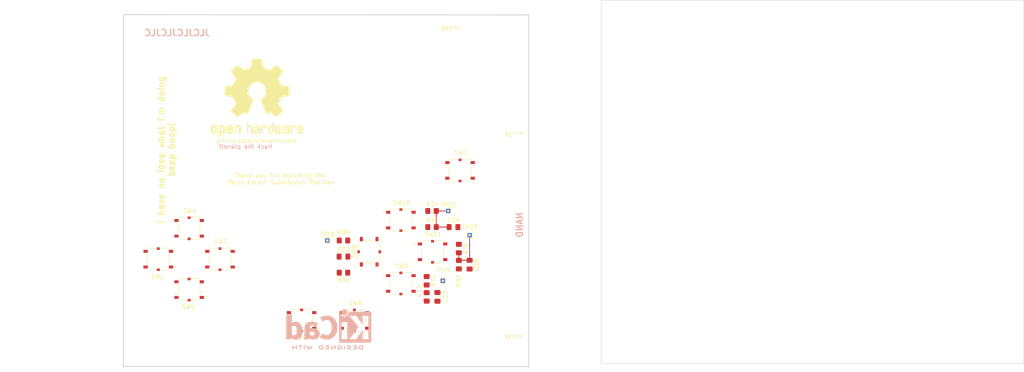
<source format=kicad_pcb>
(kicad_pcb (version 20211014) (generator pcbnew)
  (title_block (title "Main PCB (w/o Adaptor)") (rev "Rev1-Untested"))
  (layers (0 "F.Cu" signal) (1 "In1.Cu" signal) (2 "In2.Cu" signal) (31 "B.Cu" signal) (34 "B.Paste" user) (35 "F.Paste" user) (36 "B.SilkS" user "B.Silkscreen") (37 "F.SilkS" user "F.Silkscreen") (38 "B.Mask" user) (39 "F.Mask" user) (44 "Edge.Cuts" user))
  (net 0 "")
  (net 1 "GND")
  (net 2 "/Buttons/DET_SHUTDOWN")
  (net 3 "/bi6")
  (net 4 "/bi8")
  (net 5 "/bi7")
  (net 6 "/bi9")
  (net 7 "Net-(R13-Pad1)")
  (net 8 "Net-(R14-Pad1)")
  (net 9 "Net-(R20-Pad1)")
  (net 10 "Net-(R21-Pad1)")
  (net 11 "Net-(R24-Pad1)")
  (net 12 "Net-(R26-Pad1)")
  (net 13 "Net-(R30-Pad1)")
  (net 14 "Net-(R32-Pad1)")
  (net 15 "Net-(R34-Pad1)")
  (net 16 "Net-(R36-Pad1)")
  (net 17 "/3v3")
  (footprint "MountingHole:MountingHole_2.7mm_M2.5" (layer "F.Cu") (at 200.297 136.462)
    (fp_text reference "REF**" (at 0 -3.7) (layer "F.SilkS"))
    (fp_text value "MountingHole_2.7mm_M2.5")
    (pad "" np_thru_hole circle locked (at 0 0) (size 2.7 2.7) (drill 2.7) (layers *.Cu *.Mask))
  )
  (footprint "CM4IO:SW_PTS526_SMG15_SMTR2_LFS" (layer "F.Cu") (at 173.600008 120.019928)
    (fp_text reference "SW9" (at 0.175 -4.135) (layer "F.SilkS"))
    (fp_text value "SW_Push")
    (pad "1" smd rect locked (at -3 -1.85) (size 1 0.7) (layers "F.Cu" "F.Paste" "F.Mask") (net 1 "GND"))
    (pad "2" smd rect locked (at 3 -1.85) (size 1 0.7) (layers "F.Cu" "F.Paste" "F.Mask") (net 14 "Net-(R32-Pad1)"))
    (pad "3" smd rect locked (at -3 1.85) (size 1 0.7) (layers "F.Cu" "F.Paste" "F.Mask"))
    (pad "4" smd rect locked (at 3 1.85) (size 1 0.7) (layers "F.Cu" "F.Paste" "F.Mask"))
    (pad "G1" smd rect locked (at 0 -2.5) (size 0.7 0.6) (layers "F.Cu" "F.Paste" "F.Mask"))
    (pad "G2" smd rect locked (at 0 2.5) (size 0.7 0.6) (layers "F.Cu" "F.Paste" "F.Mask"))
  )
  (footprint "Resistor_SMD:R_0805_2012Metric_Pad1.20x1.40mm_HandSolder" (layer "F.Cu") (at 180.975 102.87)
    (fp_text reference "R34" (at 0 -1.65) (layer "F.SilkS"))
    (fp_text value "1k")
    (pad "1" smd roundrect locked (at -1 0) (size 1.2 1.4) (layers "F.Cu" "F.Paste" "F.Mask") (roundrect_rratio 0.2083333333) (net 15 "Net-(R34-Pad1)"))
    (pad "2" smd roundrect locked (at 1 0) (size 1.2 1.4) (layers "F.Cu" "F.Paste" "F.Mask") (roundrect_rratio 0.2083333333) (net 5 "/bi7"))
  )
  (footprint "Capacitor_SMD:C_0805_2012Metric_Pad1.18x1.45mm_HandSolder" (layer "F.Cu") (at 160.02 113.665)
    (fp_text reference "C22" (at 0 -1.68) (layer "F.SilkS"))
    (fp_text value "100nF")
    (pad "1" smd roundrect locked (at -1.0375 0) (size 1.175 1.45) (layers "F.Cu" "F.Paste" "F.Mask") (roundrect_rratio 0.2127659574) (net 3 "/bi6"))
    (pad "2" smd roundrect locked (at 1.0375 0) (size 1.175 1.45) (layers "F.Cu" "F.Paste" "F.Mask") (roundrect_rratio 0.2127659574) (net 1 "GND"))
  )
  (footprint "Resistor_SMD:R_0805_2012Metric_Pad1.20x1.40mm_HandSolder" (layer "F.Cu") (at 160.02 117.475 180)
    (fp_text reference "R31" (at 0 -1.65) (layer "F.SilkS"))
    (fp_text value "10k")
    (pad "1" smd roundrect locked (at -1 0 180) (size 1.2 1.4) (layers "F.Cu" "F.Paste" "F.Mask") (roundrect_rratio 0.2083333333) (net 17 "/3v3"))
    (pad "2" smd roundrect locked (at 1 0 180) (size 1.2 1.4) (layers "F.Cu" "F.Paste" "F.Mask") (roundrect_rratio 0.2083333333) (net 3 "/bi6"))
  )
  (footprint "CM4IO:SW_PTS526_SMG15_SMTR2_LFS" (layer "F.Cu") (at 187.600006 93.269994)
    (fp_text reference "SW3" (at 0.175 -4.135) (layer "F.SilkS"))
    (fp_text value "SW_Push")
    (pad "1" smd rect locked (at -3 -1.85) (size 1 0.7) (layers "F.Cu" "F.Paste" "F.Mask") (net 1 "GND"))
    (pad "2" smd rect locked (at 3 -1.85) (size 1 0.7) (layers "F.Cu" "F.Paste" "F.Mask") (net 2 "/Buttons/DET_SHUTDOWN"))
    (pad "3" smd rect locked (at -3 1.85) (size 1 0.7) (layers "F.Cu" "F.Paste" "F.Mask"))
    (pad "4" smd rect locked (at 3 1.85) (size 1 0.7) (layers "F.Cu" "F.Paste" "F.Mask"))
    (pad "G1" smd rect locked (at 0 -2.5) (size 0.7 0.6) (layers "F.Cu" "F.Paste" "F.Mask"))
    (pad "G2" smd rect locked (at 0 2.5) (size 0.7 0.6) (layers "F.Cu" "F.Paste" "F.Mask"))
  )
  (footprint "Resistor_SMD:R_0805_2012Metric_Pad1.20x1.40mm_HandSolder" (layer "F.Cu") (at 180.975 106.68)
    (fp_text reference "R35" (at 0 -1.65) (layer "F.SilkS"))
    (fp_text value "10k")
    (pad "1" smd roundrect locked (at -1 0) (size 1.2 1.4) (layers "F.Cu" "F.Paste" "F.Mask") (roundrect_rratio 0.2083333333) (net 17 "/3v3"))
    (pad "2" smd roundrect locked (at 1 0) (size 1.2 1.4) (layers "F.Cu" "F.Paste" "F.Mask") (roundrect_rratio 0.2083333333) (net 5 "/bi7"))
  )
  (footprint "Symbol:OSHW-Logo2_24.3x20mm_SilkScreen" (layer "F.Cu") (at 139.573 76.073)
    (fp_text reference "REF**" hide)
    (fp_text value "OSHW-Logo2_24.3x20mm_SilkScreen" hide)
  )
  (footprint "TestPoint:TestPoint_THTPad_1.0x1.0mm_Drill0.5mm" (layer "F.Cu") (at 156.21 109.855)
    (fp_text reference "TP18" (at 0 -1.448) (layer "F.SilkS"))
    (fp_text value "A")
    (pad "1" thru_hole rect locked (at 0 0) (size 1 1) (drill 0.5) (layers *.Cu *.Mask) (net 3 "/bi6"))
  )
  (footprint "Capacitor_SMD:C_0805_2012Metric_Pad1.18x1.45mm_HandSolder" (layer "F.Cu") (at 182.245 123.19 -90)
    (fp_text reference "C23" (at 0 -1.905 90) (layer "F.SilkS"))
    (fp_text value "100n")
    (pad "1" smd roundrect locked (at -1.0375 0 270) (size 1.175 1.45) (layers "F.Cu" "F.Paste" "F.Mask") (roundrect_rratio 0.2127659574) (net 4 "/bi8"))
    (pad "2" smd roundrect locked (at 1.0375 0 270) (size 1.175 1.45) (layers "F.Cu" "F.Paste" "F.Mask") (roundrect_rratio 0.2127659574) (net 1 "GND"))
  )
  (footprint "Capacitor_SMD:C_0805_2012Metric_Pad1.18x1.45mm_HandSolder" (layer "F.Cu") (at 189.865 115.57 -90)
    (fp_text reference "C25" (at 0 -1.68 90) (layer "F.SilkS"))
    (fp_text value "100n")
    (pad "1" smd roundrect locked (at -1.0375 0 270) (size 1.175 1.45) (layers "F.Cu" "F.Paste" "F.Mask") (roundrect_rratio 0.2127659574) (net 6 "/bi9"))
    (pad "2" smd roundrect locked (at 1.0375 0 270) (size 1.175 1.45) (layers "F.Cu" "F.Paste" "F.Mask") (roundrect_rratio 0.2127659574) (net 1 "GND"))
  )
  (footprint "TestPoint:TestPoint_THTPad_1.0x1.0mm_Drill0.5mm" (layer "F.Cu") (at 189.865 108.585)
    (fp_text reference "TP23" (at 0 -1.905) (layer "F.SilkS"))
    (fp_text value "Y")
    (pad "1" thru_hole rect locked (at 0 0) (size 1 1) (drill 0.5) (layers *.Cu *.Mask) (net 6 "/bi9"))
  )
  (footprint "Resistor_SMD:R_0805_2012Metric_Pad1.20x1.40mm_HandSolder" (layer "F.Cu") (at 160.02 109.855 180)
    (fp_text reference "R30" (at 0 1.905) (layer "F.SilkS"))
    (fp_text value "1k")
    (pad "1" smd roundrect locked (at -1 0 180) (size 1.2 1.4) (layers "F.Cu" "F.Paste" "F.Mask") (roundrect_rratio 0.2083333333) (net 13 "Net-(R30-Pad1)"))
    (pad "2" smd roundrect locked (at 1 0 180) (size 1.2 1.4) (layers "F.Cu" "F.Paste" "F.Mask") (roundrect_rratio 0.2083333333) (net 3 "/bi6"))
  )
  (footprint "Resistor_SMD:R_0805_2012Metric_Pad1.20x1.40mm_HandSolder" (layer "F.Cu") (at 179.705 123.19 90)
    (fp_text reference "R33" (at 1.27 -1.65 90) (layer "F.SilkS"))
    (fp_text value "10k")
    (pad "1" smd roundrect locked (at -1 0 90) (size 1.2 1.4) (layers "F.Cu" "F.Paste" "F.Mask") (roundrect_rratio 0.2083333333) (net 17 "/3v3"))
    (pad "2" smd roundrect locked (at 1 0 90) (size 1.2 1.4) (layers "F.Cu" "F.Paste" "F.Mask") (roundrect_rratio 0.2083333333) (net 4 "/bi8"))
  )
  (footprint "CM4IO:SW_PTS526_SMG15_SMTR2_LFS" (layer "F.Cu") (at 116.199996 114.270003 180)
    (fp_text reference "SW1" (at 0.175 -4.135) (layer "F.SilkS"))
    (fp_text value "SW_Push")
    (pad "1" smd rect locked (at -3 -1.85 180) (size 1 0.7) (layers "F.Cu" "F.Paste" "F.Mask") (net 1 "GND"))
    (pad "2" smd rect locked (at 3 -1.85 180) (size 1 0.7) (layers "F.Cu" "F.Paste" "F.Mask") (net 7 "Net-(R13-Pad1)"))
    (pad "3" smd rect locked (at -3 1.85 180) (size 1 0.7) (layers "F.Cu" "F.Paste" "F.Mask"))
    (pad "4" smd rect locked (at 3 1.85 180) (size 1 0.7) (layers "F.Cu" "F.Paste" "F.Mask"))
    (pad "G1" smd rect locked (at 0 -2.5 180) (size 0.7 0.6) (layers "F.Cu" "F.Paste" "F.Mask"))
    (pad "G2" smd rect locked (at 0 2.5 180) (size 0.7 0.6) (layers "F.Cu" "F.Paste" "F.Mask"))
  )
  (footprint "CM4IO:SW_PTS526_SMG15_SMTR2_LFS" (layer "F.Cu") (at 166.099998 112.519917 90)
    (fp_text reference "SW8" (at 0.124917 -3.539998 90) (layer "F.SilkS"))
    (fp_text value "SW_Push")
    (pad "1" smd rect locked (at -3 -1.85 90) (size 1 0.7) (layers "F.Cu" "F.Paste" "F.Mask") (net 1 "GND"))
    (pad "2" smd rect locked (at 3 -1.85 90) (size 1 0.7) (layers "F.Cu" "F.Paste" "F.Mask") (net 13 "Net-(R30-Pad1)"))
    (pad "3" smd rect locked (at -3 1.85 90) (size 1 0.7) (layers "F.Cu" "F.Paste" "F.Mask"))
    (pad "4" smd rect locked (at 3 1.85 90) (size 1 0.7) (layers "F.Cu" "F.Paste" "F.Mask"))
    (pad "G1" smd rect locked (at 0 -2.5 90) (size 0.7 0.6) (layers "F.Cu" "F.Paste" "F.Mask"))
    (pad "G2" smd rect locked (at 0 2.5 90) (size 0.7 0.6) (layers "F.Cu" "F.Paste" "F.Mask"))
  )
  (footprint "MountingHole:MountingHole_2.7mm_M2.5" (layer "F.Cu") (at 185.4 63.47)
    (fp_text reference "REF**" (at 0 -3.7) (layer "F.SilkS"))
    (fp_text value "MountingHole_2.7mm_M2.5")
    (pad "" np_thru_hole circle locked (at 0 0) (size 2.7 2.7) (drill 2.7) (layers *.Cu *.Mask))
  )
  (footprint "CM4IO:SW_PTS526_SMG15_SMTR2_LFS" (layer "F.Cu") (at 130.799992 114.270003)
    (fp_text reference "SW7" (at 0.175 -4.135) (layer "F.SilkS"))
    (fp_text value "SW_Push")
    (pad "1" smd rect locked (at -3 -1.85) (size 1 0.7) (layers "F.Cu" "F.Paste" "F.Mask") (net 1 "GND"))
    (pad "2" smd rect locked (at 3 -1.85) (size 1 0.7) (layers "F.Cu" "F.Paste" "F.Mask") (net 12 "Net-(R26-Pad1)"))
    (pad "3" smd rect locked (at -3 1.85) (size 1 0.7) (layers "F.Cu" "F.Paste" "F.Mask"))
    (pad "4" smd rect locked (at 3 1.85) (size 1 0.7) (layers "F.Cu" "F.Paste" "F.Mask"))
    (pad "G1" smd rect locked (at 0 -2.5) (size 0.7 0.6) (layers "F.Cu" "F.Paste" "F.Mask"))
    (pad "G2" smd rect locked (at 0 2.5) (size 0.7 0.6) (layers "F.Cu" "F.Paste" "F.Mask"))
  )
  (footprint "Resistor_SMD:R_0805_2012Metric_Pad1.20x1.40mm_HandSolder" (layer "F.Cu") (at 179.705 119.38 -90)
    (fp_text reference "R32" (at 0 -1.65 90) (layer "F.SilkS"))
    (fp_text value "1k")
    (pad "1" smd roundrect locked (at -1 0 270) (size 1.2 1.4) (layers "F.Cu" "F.Paste" "F.Mask") (roundrect_rratio 0.2083333333) (net 14 "Net-(R32-Pad1)"))
    (pad "2" smd roundrect locked (at 1 0 270) (size 1.2 1.4) (layers "F.Cu" "F.Paste" "F.Mask") (roundrect_rratio 0.2083333333) (net 4 "/bi8"))
  )
  (footprint "Capacitor_SMD:C_0805_2012Metric_Pad1.18x1.45mm_HandSolder" (layer "F.Cu") (at 186.055 106.68)
    (fp_text reference "C24" (at 0 -1.68) (layer "F.SilkS"))
    (fp_text value "100n")
    (pad "1" smd roundrect locked (at -1.0375 0) (size 1.175 1.45) (layers "F.Cu" "F.Paste" "F.Mask") (roundrect_rratio 0.2127659574) (net 5 "/bi7"))
    (pad "2" smd roundrect locked (at 1.0375 0) (size 1.175 1.45) (layers "F.Cu" "F.Paste" "F.Mask") (roundrect_rratio 0.2127659574) (net 1 "GND"))
  )
  (footprint "Resistor_SMD:R_0805_2012Metric_Pad1.20x1.40mm_HandSolder" (layer "F.Cu") (at 187.325 115.57 90)
    (fp_text reference "R37" (at -3.81 0 90) (layer "F.SilkS"))
    (fp_text value "10k")
    (pad "1" smd roundrect locked (at -1 0 90) (size 1.2 1.4) (layers "F.Cu" "F.Paste" "F.Mask") (roundrect_rratio 0.2083333333) (net 17 "/3v3"))
    (pad "2" smd roundrect locked (at 1 0 90) (size 1.2 1.4) (layers "F.Cu" "F.Paste" "F.Mask") (roundrect_rratio 0.2083333333) (net 6 "/bi9"))
  )
  (footprint "Resistor_SMD:R_0805_2012Metric_Pad1.20x1.40mm_HandSolder" (layer "F.Cu") (at 187.325 111.76 -90)
    (fp_text reference "R36" (at 0 -1.65 90) (layer "F.SilkS"))
    (fp_text value "1k")
    (pad "1" smd roundrect locked (at -1 0 270) (size 1.2 1.4) (layers "F.Cu" "F.Paste" "F.Mask") (roundrect_rratio 0.2083333333) (net 16 "Net-(R36-Pad1)"))
    (pad "2" smd roundrect locked (at 1 0 270) (size 1.2 1.4) (layers "F.Cu" "F.Paste" "F.Mask") (roundrect_rratio 0.2083333333) (net 6 "/bi9"))
  )
  (footprint "MountingHole:MountingHole_2.7mm_M2.5" (layer "F.Cu") (at 200.297 88.464)
    (fp_text reference "REF**" (at 0 -3.7) (layer "F.SilkS"))
    (fp_text value "MountingHole_2.7mm_M2.5")
    (pad "" np_thru_hole circle locked (at 0 0) (size 2.7 2.7) (drill 2.7) (layers *.Cu *.Mask))
  )
  (footprint "TestPoint:TestPoint_THTPad_1.0x1.0mm_Drill0.5mm" (layer "F.Cu") (at 183.515 119.38)
    (fp_text reference "TP19" (at 0 -2.54) (layer "F.SilkS"))
    (fp_text value "X")
    (pad "1" thru_hole rect locked (at 0 0) (size 1 1) (drill 0.5) (layers *.Cu *.Mask) (net 4 "/bi8"))
  )
  (footprint "CM4IO:SW_PTS526_SMG15_SMTR2_LFS" (layer "F.Cu") (at 123.500007 106.969992)
    (fp_text reference "SW4" (at 0.175 -4.135) (layer "F.SilkS"))
    (fp_text value "SW_Push")
    (pad "1" smd rect locked (at -3 -1.85) (size 1 0.7) (layers "F.Cu" "F.Paste" "F.Mask") (net 1 "GND"))
    (pad "2" smd rect locked (at 3 -1.85) (size 1 0.7) (layers "F.Cu" "F.Paste" "F.Mask") (net 9 "Net-(R20-Pad1)"))
    (pad "3" smd rect locked (at -3 1.85) (size 1 0.7) (layers "F.Cu" "F.Paste" "F.Mask"))
    (pad "4" smd rect locked (at 3 1.85) (size 1 0.7) (layers "F.Cu" "F.Paste" "F.Mask"))
    (pad "G1" smd rect locked (at 0 -2.5) (size 0.7 0.6) (layers "F.Cu" "F.Paste" "F.Mask"))
    (pad "G2" smd rect locked (at 0 2.5) (size 0.7 0.6) (layers "F.Cu" "F.Paste" "F.Mask"))
  )
  (footprint "CM4IO:SW_PTS526_SMG15_SMTR2_LFS" (layer "F.Cu") (at 150.100005 128.769923 180)
    (fp_text reference "SW2" (at 0.175 -4.135) (layer "F.SilkS"))
    (fp_text value "SW_Push")
    (pad "1" smd rect locked (at -3 -1.85 180) (size 1 0.7) (layers "F.Cu" "F.Paste" "F.Mask") (net 1 "GND"))
    (pad "2" smd rect locked (at 3 -1.85 180) (size 1 0.7) (layers "F.Cu" "F.Paste" "F.Mask") (net 8 "Net-(R14-Pad1)"))
    (pad "3" smd rect locked (at -3 1.85 180) (size 1 0.7) (layers "F.Cu" "F.Paste" "F.Mask"))
    (pad "4" smd rect locked (at 3 1.85 180) (size 1 0.7) (layers "F.Cu" "F.Paste" "F.Mask"))
    (pad "G1" smd rect locked (at 0 -2.5 180) (size 0.7 0.6) (layers "F.Cu" "F.Paste" "F.Mask"))
    (pad "G2" smd rect locked (at 0 2.5 180) (size 0.7 0.6) (layers "F.Cu" "F.Paste" "F.Mask"))
  )
  (footprint "CM4IO:SW_PTS526_SMG15_SMTR2_LFS" (layer "F.Cu") (at 181.099993 112.519917)
    (fp_text reference "SW11" (at 0.175 -4.135) (layer "F.SilkS"))
    (fp_text value "SW_Push")
    (pad "1" smd rect locked (at -3 -1.85) (size 1 0.7) (layers "F.Cu" "F.Paste" "F.Mask") (net 1 "GND"))
    (pad "2" smd rect locked (at 3 -1.85) (size 1 0.7) (layers "F.Cu" "F.Paste" "F.Mask") (net 16 "Net-(R36-Pad1)"))
    (pad "3" smd rect locked (at -3 1.85) (size 1 0.7) (layers "F.Cu" "F.Paste" "F.Mask"))
    (pad "4" smd rect locked (at 3 1.85) (size 1 0.7) (layers "F.Cu" "F.Paste" "F.Mask"))
    (pad "G1" smd rect locked (at 0 -2.5) (size 0.7 0.6) (layers "F.Cu" "F.Paste" "F.Mask"))
    (pad "G2" smd rect locked (at 0 2.5) (size 0.7 0.6) (layers "F.Cu" "F.Paste" "F.Mask"))
  )
  (footprint "CM4IO:SW_PTS526_SMG15_SMTR2_LFS" (layer "F.Cu") (at 123.500007 121.469988 180)
    (fp_text reference "SW5" (at 0.175 -4.135) (layer "F.SilkS"))
    (fp_text value "SW_Push")
    (pad "1" smd rect locked (at -3 -1.85 180) (size 1 0.7) (layers "F.Cu" "F.Paste" "F.Mask") (net 1 "GND"))
    (pad "2" smd rect locked (at 3 -1.85 180) (size 1 0.7) (layers "F.Cu" "F.Paste" "F.Mask") (net 10 "Net-(R21-Pad1)"))
    (pad "3" smd rect locked (at -3 1.85 180) (size 1 0.7) (layers "F.Cu" "F.Paste" "F.Mask"))
    (pad "4" smd rect locked (at 3 1.85 180) (size 1 0.7) (layers "F.Cu" "F.Paste" "F.Mask"))
    (pad "G1" smd rect locked (at 0 -2.5 180) (size 0.7 0.6) (layers "F.Cu" "F.Paste" "F.Mask"))
    (pad "G2" smd rect locked (at 0 2.5 180) (size 0.7 0.6) (layers "F.Cu" "F.Paste" "F.Mask"))
  )
  (footprint "CM4IO:SW_PTS526_SMG15_SMTR2_LFS" (layer "F.Cu") (at 162.600005 128.769923)
    (fp_text reference "SW6" (at 0.175 -4.135) (layer "F.SilkS"))
    (fp_text value "SW_Push")
    (pad "1" smd rect locked (at -3 -1.85) (size 1 0.7) (layers "F.Cu" "F.Paste" "F.Mask") (net 1 "GND"))
    (pad "2" smd rect locked (at 3 -1.85) (size 1 0.7) (layers "F.Cu" "F.Paste" "F.Mask") (net 11 "Net-(R24-Pad1)"))
    (pad "3" smd rect locked (at -3 1.85) (size 1 0.7) (layers "F.Cu" "F.Paste" "F.Mask"))
    (pad "4" smd rect locked (at 3 1.85) (size 1 0.7) (layers "F.Cu" "F.Paste" "F.Mask"))
    (pad "G1" smd rect locked (at 0 -2.5) (size 0.7 0.6) (layers "F.Cu" "F.Paste" "F.Mask"))
    (pad "G2" smd rect locked (at 0 2.5) (size 0.7 0.6) (layers "F.Cu" "F.Paste" "F.Mask"))
  )
  (footprint "CM4IO:SW_PTS526_SMG15_SMTR2_LFS" (layer "F.Cu") (at 173.600008 105.019907)
    (fp_text reference "SW10" (at 0.175 -4.135) (layer "F.SilkS"))
    (fp_text value "SW_Push")
    (pad "1" smd rect locked (at -3 -1.85) (size 1 0.7) (layers "F.Cu" "F.Paste" "F.Mask") (net 1 "GND"))
    (pad "2" smd rect locked (at 3 -1.85) (size 1 0.7) (layers "F.Cu" "F.Paste" "F.Mask") (net 15 "Net-(R34-Pad1)"))
    (pad "3" smd rect locked (at -3 1.85) (size 1 0.7) (layers "F.Cu" "F.Paste" "F.Mask"))
    (pad "4" smd rect locked (at 3 1.85) (size 1 0.7) (layers "F.Cu" "F.Paste" "F.Mask"))
    (pad "G1" smd rect locked (at 0 -2.5) (size 0.7 0.6) (layers "F.Cu" "F.Paste" "F.Mask"))
    (pad "G2" smd rect locked (at 0 2.5) (size 0.7 0.6) (layers "F.Cu" "F.Paste" "F.Mask"))
  )
  (footprint "TestPoint:TestPoint_THTPad_1.0x1.0mm_Drill0.5mm" (layer "F.Cu") (at 184.785 102.87)
    (fp_text reference "TP22" (at 0 -1.448) (layer "F.SilkS"))
    (fp_text value "B")
    (pad "1" thru_hole rect locked (at 0 0) (size 1 1) (drill 0.5) (layers *.Cu *.Mask) (net 5 "/bi7"))
  )
  (footprint "Symbol:KiCad-Logo2_8mm_SilkScreen" (layer "B.Cu") (at 156.464 130.048 180)
    (fp_text reference "REF**" hide)
    (fp_text value "KiCad-Logo2_8mm_SilkScreen" hide)
  )
  (gr_line (start 172.72 139.7) (end 107.95 139.655) (layer "Edge.Cuts") (width 0.2))
  (gr_rect (start 321 139) (end 221 53) (layer "Edge.Cuts") (width 0.1) (fill none))
  (gr_line (start 172.72 139.7) (end 203.85 139.7) (layer "Edge.Cuts") (width 0.2))
  (gr_line (start 203.85 56.47) (end 203.85 139.7) (layer "Edge.Cuts") (width 0.2))
  (gr_line (start 107.95 56.425) (end 203.85 56.47) (layer "Edge.Cuts") (width 0.2))
  (gr_line (start 107.95 139.655) (end 107.95 56.425) (layer "Edge.Cuts") (width 0.2))
  (gr_text "Hack the planet!" (at 136.906 87.63) (layer "B.SilkS") (effects (font (size 1 1)) (justify mirror)))
  (gr_text "JLCJLCJLCJLC" (at 120.65 60.706) (layer "B.SilkS") (effects (font (size 1.5 1.5) (thickness 0.3)) (justify mirror)))
  (gr_text "NAND" (at 201.676 106.172 90) (layer "B.SilkS") (effects (font (size 1.5 1.5) (thickness 0.3)) (justify mirror)))
  (gr_text "github.com/cinnamondev" (at 139.446 86.233) (layer "F.SilkS") (effects (font (size 1 1))))
  (gr_text "i have no idea what i'm doing\nbeep boop!" (at 118.11 88.392 90) (layer "F.SilkS") (effects (font (size 1.5 1.5) (thickness 0.3))))
  (gr_text "Thank you for assuming the \nParty Escort Submission Position" (at 145.288 95.25) (layer "F.SilkS") (effects (font (size 1 1))))
  (segment locked (start 181.975 106.68) (end 181.975 102.87) (width 0.2) (layer "F.Cu") (net 5))
  (segment locked (start 181.975 102.87) (end 184.785 102.87) (width 0.2) (layer "F.Cu") (net 5))
  (segment locked (start 181.975 106.68) (end 185.0175 106.68) (width 0.2) (layer "F.Cu") (net 5))
  (segment locked (start 187.325 112.76) (end 187.325 114.57) (width 0.2) (layer "F.Cu") (net 6))
  (segment locked (start 187.3625 114.5325) (end 187.325 114.57) (width 0.2) (layer "F.Cu") (net 6))
  (segment locked (start 189.865 114.5325) (end 189.865 108.585) (width 0.2) (layer "F.Cu") (net 6))
  (segment locked (start 188.3625 114.5325) (end 187.3625 114.5325) (width 0.2) (layer "F.Cu") (net 6))
  (segment locked (start 189.865 114.5325) (end 188.3625 114.5325) (width 0.2) (layer "F.Cu") (net 6))
  (segment locked (start 179.705 118.38) (end 179.495004 118.170004) (width 0.2) (layer "F.Cu") (net 14))
  (segment locked (start 179.975 102.87) (end 179.674992 103.170008) (width 0.2) (layer "F.Cu") (net 15))
  (segment locked (start 187.234993 110.669993) (end 187.325 110.76) (width 0.2) (layer "F.Cu") (net 16))
)
</source>
